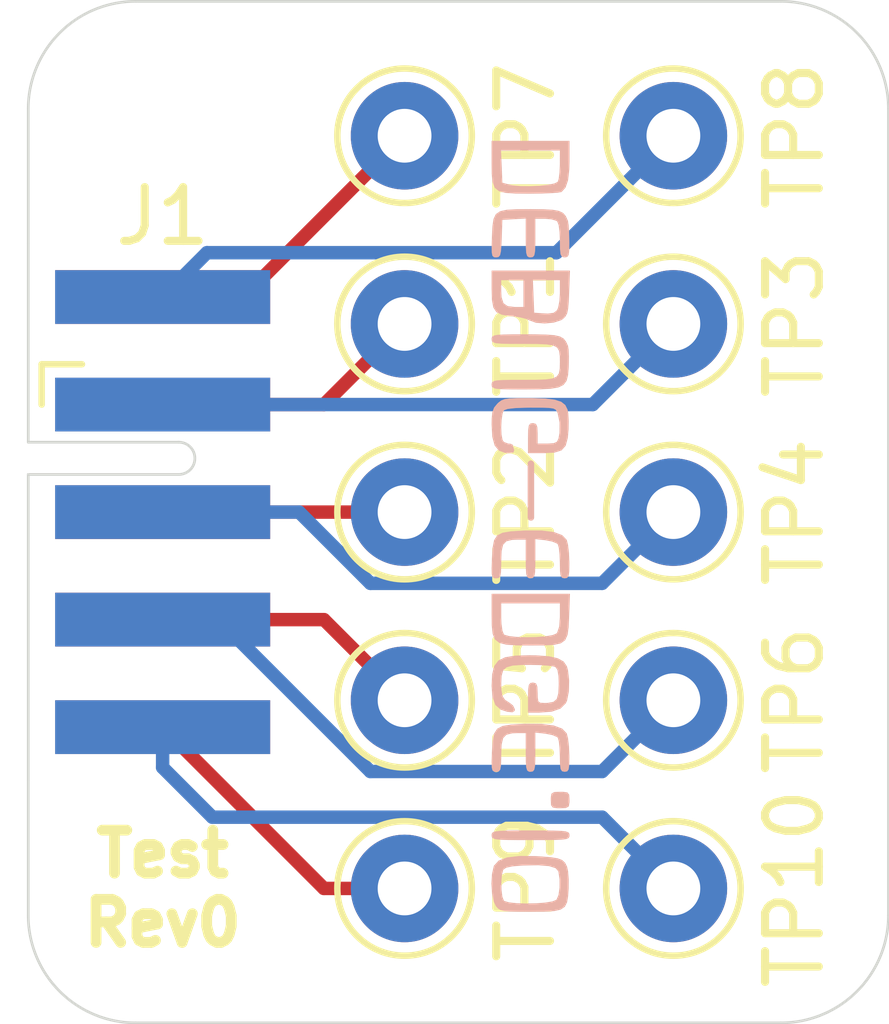
<source format=kicad_pcb>
(kicad_pcb (version 20171130) (host pcbnew "(5.1.6)-1")

  (general
    (thickness 1.6)
    (drawings 10)
    (tracks 26)
    (zones 0)
    (modules 12)
    (nets 11)
  )

  (page A4)
  (layers
    (0 F.Cu signal)
    (31 B.Cu signal)
    (32 B.Adhes user)
    (33 F.Adhes user)
    (34 B.Paste user)
    (35 F.Paste user)
    (36 B.SilkS user)
    (37 F.SilkS user)
    (38 B.Mask user)
    (39 F.Mask user)
    (40 Dwgs.User user)
    (41 Cmts.User user)
    (42 Eco1.User user)
    (43 Eco2.User user)
    (44 Edge.Cuts user)
    (45 Margin user)
    (46 B.CrtYd user)
    (47 F.CrtYd user)
    (48 B.Fab user hide)
    (49 F.Fab user hide)
  )

  (setup
    (last_trace_width 0.25)
    (trace_clearance 0.2)
    (zone_clearance 0.508)
    (zone_45_only no)
    (trace_min 0.2)
    (via_size 0.8)
    (via_drill 0.4)
    (via_min_size 0.4)
    (via_min_drill 0.3)
    (uvia_size 0.3)
    (uvia_drill 0.1)
    (uvias_allowed no)
    (uvia_min_size 0.2)
    (uvia_min_drill 0.1)
    (edge_width 0.05)
    (segment_width 0.2)
    (pcb_text_width 0.3)
    (pcb_text_size 1.5 1.5)
    (mod_edge_width 0.12)
    (mod_text_size 1 1)
    (mod_text_width 0.15)
    (pad_size 1.524 1.524)
    (pad_drill 0.762)
    (pad_to_mask_clearance 0.05)
    (aux_axis_origin 0 0)
    (visible_elements FFFFFF7F)
    (pcbplotparams
      (layerselection 0x010fc_ffffffff)
      (usegerberextensions false)
      (usegerberattributes true)
      (usegerberadvancedattributes true)
      (creategerberjobfile true)
      (excludeedgelayer true)
      (linewidth 0.100000)
      (plotframeref false)
      (viasonmask false)
      (mode 1)
      (useauxorigin false)
      (hpglpennumber 1)
      (hpglpenspeed 20)
      (hpglpendiameter 15.000000)
      (psnegative false)
      (psa4output false)
      (plotreference true)
      (plotvalue true)
      (plotinvisibletext false)
      (padsonsilk false)
      (subtractmaskfromsilk false)
      (outputformat 1)
      (mirror false)
      (drillshape 1)
      (scaleselection 1)
      (outputdirectory ""))
  )

  (net 0 "")
  (net 1 "Net-(J1-Pad9)")
  (net 2 "Net-(J1-Pad5)")
  (net 3 "Net-(J1-Pad2)")
  (net 4 "Net-(J1-Pad1)")
  (net 5 "Net-(J1-Pad7)")
  (net 6 "Net-(J1-Pad10)")
  (net 7 "Net-(J1-Pad6)")
  (net 8 "Net-(J1-Pad3)")
  (net 9 "Net-(J1-Pad8)")
  (net 10 "Net-(J1-Pad4)")

  (net_class Default "This is the default net class."
    (clearance 0.2)
    (trace_width 0.25)
    (via_dia 0.8)
    (via_drill 0.4)
    (uvia_dia 0.3)
    (uvia_drill 0.1)
    (add_net "Net-(J1-Pad1)")
    (add_net "Net-(J1-Pad10)")
    (add_net "Net-(J1-Pad2)")
    (add_net "Net-(J1-Pad3)")
    (add_net "Net-(J1-Pad4)")
    (add_net "Net-(J1-Pad5)")
    (add_net "Net-(J1-Pad6)")
    (add_net "Net-(J1-Pad7)")
    (add_net "Net-(J1-Pad8)")
    (add_net "Net-(J1-Pad9)")
  )

  (module Connector_DebugEdge:DebugEdge_URL_Silk (layer B.Cu) (tedit 5F4720B6) (tstamp 5F4851C9)
    (at 151.5 98.5 270)
    (fp_text reference Ref** (at 0 0 270) (layer B.SilkS) hide
      (effects (font (size 1.27 1.27) (thickness 0.15)) (justify mirror))
    )
    (fp_text value Val** (at 0 0 270) (layer B.SilkS) hide
      (effects (font (size 1.27 1.27) (thickness 0.15)) (justify mirror))
    )
    (fp_poly (pts (xy -5.788741 0.873953) (xy -5.637963 0.858851) (xy -5.536218 0.819084) (xy -5.473894 0.742712)
      (xy -5.441377 0.617793) (xy -5.429052 0.432385) (xy -5.427307 0.174547) (xy -5.427315 0.16725)
      (xy -5.429891 -0.040668) (xy -5.436456 -0.219105) (xy -5.44605 -0.350312) (xy -5.457711 -0.416542)
      (xy -5.459065 -0.419079) (xy -5.539657 -0.490602) (xy -5.67472 -0.536438) (xy -5.874965 -0.55925)
      (xy -6.037717 -0.563) (xy -6.400334 -0.563) (xy -6.400334 -0.393666) (xy -6.231 -0.393666)
      (xy -5.966417 -0.393018) (xy -5.816959 -0.386832) (xy -5.697062 -0.371427) (xy -5.641512 -0.354193)
      (xy -5.609363 -0.293609) (xy -5.583619 -0.170962) (xy -5.565738 -0.008708) (xy -5.557178 0.170693)
      (xy -5.559397 0.344783) (xy -5.573853 0.491104) (xy -5.583607 0.537667) (xy -5.622278 0.685834)
      (xy -6.231 0.71071) (xy -6.231 -0.393666) (xy -6.400334 -0.393666) (xy -6.400334 0.876334)
      (xy -5.998167 0.876334) (xy -5.788741 0.873953)) (layer B.SilkS) (width 0.01))
    (fp_poly (pts (xy -4.33112 0.874235) (xy -4.270346 0.86226) (xy -4.24579 0.836834) (xy -4.241334 0.797591)
      (xy -4.248322 0.754436) (xy -4.280475 0.727336) (xy -4.354574 0.711512) (xy -4.487401 0.702186)
      (xy -4.590584 0.698129) (xy -4.939834 0.685834) (xy -4.952629 0.463584) (xy -4.965425 0.241334)
      (xy -4.603379 0.241334) (xy -4.427777 0.239776) (xy -4.320315 0.23253) (xy -4.264484 0.215736)
      (xy -4.243777 0.185532) (xy -4.241334 0.156667) (xy -4.24803 0.1155) (xy -4.279156 0.090354)
      (xy -4.351265 0.077334) (xy -4.480915 0.072545) (xy -4.601167 0.072) (xy -4.961 0.072)
      (xy -4.961 -0.110033) (xy -4.949828 -0.234777) (xy -4.921889 -0.326284) (xy -4.9102 -0.342866)
      (xy -4.839644 -0.370524) (xy -4.704412 -0.388339) (xy -4.550367 -0.393666) (xy -4.390649 -0.395773)
      (xy -4.297795 -0.405336) (xy -4.254042 -0.427224) (xy -4.241625 -0.466302) (xy -4.241334 -0.478333)
      (xy -4.248845 -0.522101) (xy -4.28327 -0.54716) (xy -4.362448 -0.558237) (xy -4.504219 -0.560058)
      (xy -4.54825 -0.559657) (xy -4.708751 -0.554912) (xy -4.840629 -0.545594) (xy -4.916624 -0.533669)
      (xy -4.918667 -0.532967) (xy -5.002131 -0.49574) (xy -5.060343 -0.446107) (xy -5.097787 -0.369494)
      (xy -5.118944 -0.251329) (xy -5.128298 -0.077039) (xy -5.130334 0.155137) (xy -5.128967 0.41204)
      (xy -5.119035 0.596672) (xy -5.091787 0.721428) (xy -5.038474 0.798706) (xy -4.950346 0.8409)
      (xy -4.818653 0.860407) (xy -4.634647 0.869621) (xy -4.625772 0.869963) (xy -4.444225 0.875792)
      (xy -4.33112 0.874235)) (layer B.SilkS) (width 0.01))
    (fp_poly (pts (xy -3.447924 0.870165) (xy -3.308172 0.844415) (xy -3.222369 0.788221) (xy -3.175379 0.690718)
      (xy -3.15207 0.541043) (xy -3.149586 0.512261) (xy -3.12888 0.361228) (xy -3.096843 0.234877)
      (xy -3.071494 0.178998) (xy -3.026649 0.058173) (xy -3.012834 -0.104353) (xy -3.028692 -0.272091)
      (xy -3.07287 -0.408552) (xy -3.094546 -0.441893) (xy -3.140438 -0.489079) (xy -3.198808 -0.519814)
      (xy -3.288889 -0.538626) (xy -3.429917 -0.550043) (xy -3.58138 -0.556503) (xy -3.987334 -0.571172)
      (xy -3.987334 -0.393666) (xy -3.818 -0.393666) (xy -3.572092 -0.393666) (xy -3.424171 -0.384591)
      (xy -3.302884 -0.361213) (xy -3.251715 -0.339214) (xy -3.202698 -0.27576) (xy -3.187769 -0.168304)
      (xy -3.190708 -0.095798) (xy -3.204167 0.093167) (xy -3.511084 0.105605) (xy -3.818 0.118043)
      (xy -3.818 -0.393666) (xy -3.987334 -0.393666) (xy -3.987334 0.707) (xy -3.818 0.707)
      (xy -3.818 0.283667) (xy -3.31 0.283667) (xy -3.31 0.444534) (xy -3.325579 0.583015)
      (xy -3.38232 0.66414) (xy -3.495232 0.700832) (xy -3.6148 0.707) (xy -3.818 0.707)
      (xy -3.987334 0.707) (xy -3.987334 0.876334) (xy -3.656758 0.876334) (xy -3.447924 0.870165)) (layer B.SilkS) (width 0.01))
    (fp_poly (pts (xy -1.837549 0.872033) (xy -1.814415 0.850571) (xy -1.799479 0.799112) (xy -1.790959 0.704818)
      (xy -1.787069 0.554853) (xy -1.786026 0.336378) (xy -1.786 0.26719) (xy -1.788063 -0.011432)
      (xy -1.798463 -0.216881) (xy -1.82352 -0.360627) (xy -1.869553 -0.454141) (xy -1.94288 -0.508891)
      (xy -2.049821 -0.536347) (xy -2.196696 -0.54798) (xy -2.23599 -0.549593) (xy -2.392494 -0.55167)
      (xy -2.520347 -0.546348) (xy -2.590334 -0.535157) (xy -2.668797 -0.498925) (xy -2.725061 -0.454198)
      (xy -2.762799 -0.387394) (xy -2.785681 -0.28493) (xy -2.79738 -0.133224) (xy -2.801567 0.081308)
      (xy -2.802 0.247895) (xy -2.801435 0.490489) (xy -2.798604 0.66106) (xy -2.791804 0.77225)
      (xy -2.779331 0.8367) (xy -2.759483 0.867052) (xy -2.730556 0.875949) (xy -2.717334 0.876334)
      (xy -2.683794 0.871928) (xy -2.660514 0.850027) (xy -2.645628 0.797603) (xy -2.637271 0.701628)
      (xy -2.633575 0.549074) (xy -2.632676 0.326916) (xy -2.632667 0.285157) (xy -2.631329 0.03181)
      (xy -2.623254 -0.149076) (xy -2.602357 -0.269702) (xy -2.562548 -0.34227) (xy -2.49774 -0.378984)
      (xy -2.401845 -0.392046) (xy -2.294 -0.393666) (xy -2.167605 -0.390983) (xy -2.077361 -0.374799)
      (xy -2.01718 -0.332912) (xy -1.980975 -0.253119) (xy -1.962659 -0.123218) (xy -1.956142 0.068993)
      (xy -1.955334 0.285157) (xy -1.954703 0.519343) (xy -1.951566 0.681893) (xy -1.944058 0.785833)
      (xy -1.930313 0.844191) (xy -1.908465 0.869995) (xy -1.876648 0.876271) (xy -1.870667 0.876334)
      (xy -1.837549 0.872033)) (layer B.SilkS) (width 0.01))
    (fp_poly (pts (xy -0.899058 0.863143) (xy -0.741092 0.820003) (xy -0.646015 0.741565) (xy -0.604765 0.622481)
      (xy -0.601315 0.564888) (xy -0.611592 0.480821) (xy -0.650703 0.464396) (xy -0.66763 0.469638)
      (xy -0.735113 0.492052) (xy -0.752296 0.495334) (xy -0.766969 0.530763) (xy -0.77 0.575471)
      (xy -0.801125 0.655025) (xy -0.836963 0.681305) (xy -0.937705 0.701314) (xy -1.075393 0.707082)
      (xy -1.21895 0.700003) (xy -1.337301 0.681472) (xy -1.396534 0.6562) (xy -1.423132 0.583399)
      (xy -1.440118 0.429851) (xy -1.447151 0.198968) (xy -1.447334 0.147153) (xy -1.446627 -0.054604)
      (xy -1.442157 -0.187912) (xy -1.430398 -0.268991) (xy -1.407825 -0.314059) (xy -1.370911 -0.339334)
      (xy -1.338745 -0.352381) (xy -1.167988 -0.387951) (xy -0.972477 -0.386362) (xy -0.86525 -0.366984)
      (xy -0.804422 -0.337099) (xy -0.776538 -0.273817) (xy -0.77 -0.155895) (xy -0.77 0.029667)
      (xy -0.9605 0.029667) (xy -1.079548 0.035207) (xy -1.135842 0.05821) (xy -1.150928 0.108252)
      (xy -1.151 0.114334) (xy -1.142424 0.160154) (xy -1.104224 0.1857) (xy -1.01769 0.196728)
      (xy -0.875834 0.199) (xy -0.600667 0.199) (xy -0.600667 -0.090772) (xy -0.610934 -0.28715)
      (xy -0.651332 -0.415919) (xy -0.736257 -0.492215) (xy -0.880104 -0.531174) (xy -1.032539 -0.544842)
      (xy -1.192223 -0.547747) (xy -1.331976 -0.540116) (xy -1.404662 -0.527719) (xy -1.488329 -0.486208)
      (xy -1.547664 -0.412147) (xy -1.586274 -0.293285) (xy -1.607766 -0.117371) (xy -1.615745 0.127849)
      (xy -1.616043 0.190341) (xy -1.615199 0.39954) (xy -1.609891 0.542048) (xy -1.596932 0.635833)
      (xy -1.573134 0.698861) (xy -1.535308 0.7491) (xy -1.512758 0.772425) (xy -1.442674 0.830318)
      (xy -1.361117 0.861898) (xy -1.240519 0.87463) (xy -1.128975 0.876334) (xy -0.899058 0.863143)) (layer B.SilkS) (width 0.01))
    (fp_poly (pts (xy 1.649412 0.873938) (xy 1.704374 0.860229) (xy 1.724869 0.831498) (xy 1.727666 0.796011)
      (xy 1.721097 0.750505) (xy 1.68959 0.723856) (xy 1.615448 0.711078) (xy 1.480974 0.707186)
      (xy 1.411656 0.707) (xy 1.2235 0.699947) (xy 1.104254 0.670917) (xy 1.038777 0.608102)
      (xy 1.011924 0.499698) (xy 1.008 0.392284) (xy 1.008 0.241334) (xy 1.367833 0.241334)
      (xy 1.542794 0.239758) (xy 1.649665 0.232435) (xy 1.704999 0.215468) (xy 1.725352 0.184962)
      (xy 1.727666 0.156667) (xy 1.72106 0.115751) (xy 1.690282 0.090643) (xy 1.618896 0.077534)
      (xy 1.490464 0.072613) (xy 1.362327 0.072) (xy 0.996988 0.072) (xy 1.019051 -0.123735)
      (xy 1.043882 -0.248554) (xy 1.081031 -0.336946) (xy 1.09864 -0.35592) (xy 1.168447 -0.37464)
      (xy 1.294837 -0.388018) (xy 1.441916 -0.393018) (xy 1.594291 -0.39583) (xy 1.680444 -0.407056)
      (xy 1.718769 -0.43219) (xy 1.727662 -0.476723) (xy 1.727666 -0.478333) (xy 1.720123 -0.522116)
      (xy 1.685603 -0.54723) (xy 1.60627 -0.558428) (xy 1.464287 -0.560464) (xy 1.42075 -0.560134)
      (xy 1.254103 -0.552472) (xy 1.110108 -0.535102) (xy 1.019466 -0.511754) (xy 1.018458 -0.511276)
      (xy 0.932586 -0.429235) (xy 0.875802 -0.277865) (xy 0.847372 -0.053672) (xy 0.846563 0.246839)
      (xy 0.848697 0.297013) (xy 0.862748 0.522236) (xy 0.888271 0.676836) (xy 0.938016 0.774848)
      (xy 1.024733 0.830308) (xy 1.161173 0.857249) (xy 1.360086 0.869707) (xy 1.369327 0.870095)
      (xy 1.543293 0.876077) (xy 1.649412 0.873938)) (layer B.SilkS) (width 0.01))
    (fp_poly (pts (xy 2.610737 0.873503) (xy 2.762477 0.857085) (xy 2.86512 0.815189) (xy 2.928254 0.735927)
      (xy 2.961469 0.607407) (xy 2.974354 0.41774) (xy 2.9765 0.161919) (xy 2.975123 -0.095571)
      (xy 2.964653 -0.280775) (xy 2.935581 -0.406075) (xy 2.8784 -0.48385) (xy 2.7836 -0.526481)
      (xy 2.641673 -0.546347) (xy 2.443109 -0.55583) (xy 2.424723 -0.556503) (xy 2.024 -0.571172)
      (xy 2.024 0.707) (xy 2.193333 0.707) (xy 2.193333 -0.393666) (xy 2.444309 -0.393666)
      (xy 2.629314 -0.381435) (xy 2.741353 -0.343588) (xy 2.761809 -0.327142) (xy 2.79249 -0.254364)
      (xy 2.814698 -0.121025) (xy 2.828064 0.049759) (xy 2.832218 0.234874) (xy 2.826791 0.411204)
      (xy 2.811413 0.555634) (xy 2.785714 0.64505) (xy 2.777533 0.6562) (xy 2.708712 0.683899)
      (xy 2.582074 0.702118) (xy 2.460033 0.707001) (xy 2.193333 0.707) (xy 2.024 0.707)
      (xy 2.024 0.876334) (xy 2.40031 0.876334) (xy 2.610737 0.873503)) (layer B.SilkS) (width 0.01))
    (fp_poly (pts (xy 3.944361 0.860097) (xy 4.085208 0.806462) (xy 4.171329 0.708042) (xy 4.20933 0.590584)
      (xy 4.219265 0.494058) (xy 4.193683 0.456307) (xy 4.168614 0.453) (xy 4.099283 0.486988)
      (xy 4.051151 0.54825) (xy 3.994897 0.634781) (xy 3.92462 0.682577) (xy 3.814907 0.702718)
      (xy 3.688607 0.706352) (xy 3.543563 0.700058) (xy 3.444672 0.671266) (xy 3.383273 0.606624)
      (xy 3.350709 0.492784) (xy 3.33832 0.316397) (xy 3.336981 0.164227) (xy 3.341243 -0.019444)
      (xy 3.352151 -0.17505) (xy 3.367796 -0.280422) (xy 3.37777 -0.309) (xy 3.432508 -0.347349)
      (xy 3.544939 -0.367533) (xy 3.696166 -0.3725) (xy 3.871761 -0.364874) (xy 3.979361 -0.334184)
      (xy 4.034872 -0.268714) (xy 4.054202 -0.156745) (xy 4.055351 -0.107916) (xy 4.051065 -0.023365)
      (xy 4.021851 0.016676) (xy 3.944764 0.028837) (xy 3.8655 0.029667) (xy 3.746452 0.035207)
      (xy 3.690158 0.05821) (xy 3.675072 0.108252) (xy 3.675 0.114334) (xy 3.683576 0.160154)
      (xy 3.721776 0.1857) (xy 3.80831 0.196728) (xy 3.950166 0.199) (xy 4.225333 0.199)
      (xy 4.225333 -0.006349) (xy 4.207238 -0.236992) (xy 4.150928 -0.397645) (xy 4.053368 -0.495327)
      (xy 4.004278 -0.517595) (xy 3.836138 -0.551144) (xy 3.634589 -0.556937) (xy 3.445093 -0.53522)
      (xy 3.369202 -0.514169) (xy 3.282892 -0.4557) (xy 3.22259 -0.347156) (xy 3.185499 -0.178898)
      (xy 3.168824 0.058711) (xy 3.167236 0.1821) (xy 3.174951 0.441025) (xy 3.204698 0.627568)
      (xy 3.26576 0.75305) (xy 3.367421 0.82879) (xy 3.518963 0.86611) (xy 3.729671 0.876328)
      (xy 3.736566 0.876334) (xy 3.944361 0.860097)) (layer B.SilkS) (width 0.01))
    (fp_poly (pts (xy 5.247745 0.873938) (xy 5.302707 0.860229) (xy 5.323202 0.831498) (xy 5.326 0.796011)
      (xy 5.31943 0.750505) (xy 5.287923 0.723856) (xy 5.213781 0.711078) (xy 5.079308 0.707186)
      (xy 5.009989 0.707) (xy 4.821833 0.699947) (xy 4.702588 0.670917) (xy 4.63711 0.608102)
      (xy 4.610258 0.499698) (xy 4.606333 0.392284) (xy 4.606333 0.241334) (xy 4.966166 0.241334)
      (xy 5.141128 0.239758) (xy 5.247998 0.232435) (xy 5.303332 0.215468) (xy 5.323686 0.184962)
      (xy 5.326 0.156667) (xy 5.319393 0.115751) (xy 5.288615 0.090643) (xy 5.217229 0.077534)
      (xy 5.088797 0.072613) (xy 4.960661 0.072) (xy 4.595322 0.072) (xy 4.617384 -0.123735)
      (xy 4.642215 -0.248554) (xy 4.679365 -0.336946) (xy 4.696973 -0.35592) (xy 4.766781 -0.37464)
      (xy 4.89317 -0.388018) (xy 5.04025 -0.393018) (xy 5.192624 -0.39583) (xy 5.278777 -0.407056)
      (xy 5.317103 -0.43219) (xy 5.325995 -0.476723) (xy 5.326 -0.478333) (xy 5.318457 -0.522116)
      (xy 5.283937 -0.54723) (xy 5.204604 -0.558428) (xy 5.06262 -0.560464) (xy 5.019083 -0.560134)
      (xy 4.852436 -0.552472) (xy 4.708441 -0.535102) (xy 4.617799 -0.511754) (xy 4.616791 -0.511276)
      (xy 4.531417 -0.428807) (xy 4.474468 -0.275583) (xy 4.445279 -0.048484) (xy 4.44318 0.255611)
      (xy 4.444588 0.294234) (xy 4.45727 0.520144) (xy 4.482447 0.675392) (xy 4.532839 0.773984)
      (xy 4.62117 0.829926) (xy 4.76016 0.857223) (xy 4.96253 0.86988) (xy 4.967661 0.870095)
      (xy 5.141627 0.876077) (xy 5.247745 0.873938)) (layer B.SilkS) (width 0.01))
    (fp_poly (pts (xy 5.950032 -0.229459) (xy 5.992191 -0.261112) (xy 6.003002 -0.3437) (xy 6.003333 -0.393666)
      (xy 5.998847 -0.502084) (xy 5.971151 -0.550266) (xy 5.898887 -0.562621) (xy 5.855166 -0.563)
      (xy 5.7603 -0.557873) (xy 5.718141 -0.526221) (xy 5.707331 -0.443632) (xy 5.707 -0.393666)
      (xy 5.711485 -0.285248) (xy 5.739181 -0.237066) (xy 5.811446 -0.224711) (xy 5.855166 -0.224333)
      (xy 5.950032 -0.229459)) (layer B.SilkS) (width 0.01))
    (fp_poly (pts (xy 6.542181 0.872562) (xy 6.564459 0.853363) (xy 6.579559 0.806913) (xy 6.588872 0.721387)
      (xy 6.593788 0.584962) (xy 6.595699 0.385814) (xy 6.596 0.156667) (xy 6.595556 -0.105541)
      (xy 6.593297 -0.294909) (xy 6.587832 -0.423258) (xy 6.57777 -0.502415) (xy 6.561721 -0.544203)
      (xy 6.538291 -0.560446) (xy 6.511333 -0.563) (xy 6.480485 -0.559227) (xy 6.458206 -0.540028)
      (xy 6.443106 -0.493578) (xy 6.433794 -0.408053) (xy 6.428878 -0.271628) (xy 6.426967 -0.07248)
      (xy 6.426666 0.156667) (xy 6.42711 0.418876) (xy 6.429369 0.608243) (xy 6.434833 0.736593)
      (xy 6.444895 0.815749) (xy 6.460945 0.857537) (xy 6.484374 0.87378) (xy 6.511333 0.876334)
      (xy 6.542181 0.872562)) (layer B.SilkS) (width 0.01))
    (fp_poly (pts (xy 7.591141 0.867949) (xy 7.743646 0.836661) (xy 7.82956 0.795407) (xy 7.870379 0.758155)
      (xy 7.898248 0.713908) (xy 7.91563 0.647049) (xy 7.92499 0.541956) (xy 7.928792 0.38301)
      (xy 7.9295 0.161919) (xy 7.927664 -0.093172) (xy 7.917079 -0.276144) (xy 7.890129 -0.399539)
      (xy 7.839198 -0.475896) (xy 7.756667 -0.517757) (xy 7.634922 -0.537662) (xy 7.499265 -0.54646)
      (xy 7.333137 -0.547855) (xy 7.185837 -0.536654) (xy 7.097057 -0.51759) (xy 7.025908 -0.482153)
      (xy 6.976859 -0.430568) (xy 6.944478 -0.346846) (xy 6.923333 -0.215001) (xy 6.907992 -0.019045)
      (xy 6.906337 0.009376) (xy 7.06388 0.009376) (xy 7.080307 -0.187653) (xy 7.118123 -0.310828)
      (xy 7.178051 -0.364365) (xy 7.179469 -0.364752) (xy 7.326723 -0.387426) (xy 7.484946 -0.387797)
      (xy 7.623432 -0.368021) (xy 7.711477 -0.330255) (xy 7.714809 -0.327142) (xy 7.74549 -0.254364)
      (xy 7.767698 -0.121025) (xy 7.781064 0.049759) (xy 7.785218 0.234874) (xy 7.779791 0.411204)
      (xy 7.764413 0.555634) (xy 7.738714 0.64505) (xy 7.730533 0.6562) (xy 7.658971 0.685006)
      (xy 7.534685 0.701416) (xy 7.388782 0.704919) (xy 7.252366 0.695003) (xy 7.156543 0.671156)
      (xy 7.146728 0.665807) (xy 7.109699 0.610889) (xy 7.084563 0.494203) (xy 7.069089 0.304929)
      (xy 7.068118 0.284473) (xy 7.06388 0.009376) (xy 6.906337 0.009376) (xy 6.903921 0.050834)
      (xy 6.899984 0.359281) (xy 6.927364 0.590909) (xy 6.986538 0.747747) (xy 7.077979 0.831824)
      (xy 7.087721 0.835859) (xy 7.233299 0.869177) (xy 7.411065 0.87933) (xy 7.591141 0.867949)) (layer B.SilkS) (width 0.01))
    (fp_line (start -0.4 0.15) (end 0.6 0.15) (layer B.SilkS) (width 0.12))
  )

  (module Connector_Pin:Pin_D1.0mm_L10.0mm (layer F.Cu) (tedit 5A1DC084) (tstamp 5F484BDB)
    (at 154 106 90)
    (descr "solder Pin_ diameter 1.0mm, hole diameter 1.0mm (press fit), length 10.0mm")
    (tags "solder Pin_ press fit")
    (path /5F497F9C)
    (fp_text reference TP10 (at 0 2.25 90) (layer F.SilkS)
      (effects (font (size 1 1) (thickness 0.15)))
    )
    (fp_text value TestPoint (at 0 -2.05 90) (layer F.Fab)
      (effects (font (size 1 1) (thickness 0.15)))
    )
    (fp_text user %R (at 0 2.25 90) (layer F.Fab)
      (effects (font (size 1 1) (thickness 0.15)))
    )
    (fp_circle (center 0 0) (end 1.5 0) (layer F.CrtYd) (width 0.05))
    (fp_circle (center 0 0) (end 0.5 0) (layer F.Fab) (width 0.12))
    (fp_circle (center 0 0) (end 1 0) (layer F.Fab) (width 0.12))
    (fp_circle (center 0 0) (end 1.25 0.05) (layer F.SilkS) (width 0.12))
    (pad 1 thru_hole circle (at 0 0 90) (size 2 2) (drill 1) (layers *.Cu *.Mask)
      (net 6 "Net-(J1-Pad10)"))
  )

  (module Connector_Pin:Pin_D1.0mm_L10.0mm (layer F.Cu) (tedit 5A1DC084) (tstamp 5F484BD1)
    (at 149 106 90)
    (descr "solder Pin_ diameter 1.0mm, hole diameter 1.0mm (press fit), length 10.0mm")
    (tags "solder Pin_ press fit")
    (path /5F497E69)
    (fp_text reference TP9 (at 0 2.25 90) (layer F.SilkS)
      (effects (font (size 1 1) (thickness 0.15)))
    )
    (fp_text value TestPoint (at 0 -2.05 90) (layer F.Fab)
      (effects (font (size 1 1) (thickness 0.15)))
    )
    (fp_text user %R (at 0 2.25 90) (layer F.Fab)
      (effects (font (size 1 1) (thickness 0.15)))
    )
    (fp_circle (center 0 0) (end 1.5 0) (layer F.CrtYd) (width 0.05))
    (fp_circle (center 0 0) (end 0.5 0) (layer F.Fab) (width 0.12))
    (fp_circle (center 0 0) (end 1 0) (layer F.Fab) (width 0.12))
    (fp_circle (center 0 0) (end 1.25 0.05) (layer F.SilkS) (width 0.12))
    (pad 1 thru_hole circle (at 0 0 90) (size 2 2) (drill 1) (layers *.Cu *.Mask)
      (net 1 "Net-(J1-Pad9)"))
  )

  (module Connector_Pin:Pin_D1.0mm_L10.0mm (layer F.Cu) (tedit 5A1DC084) (tstamp 5F484BC7)
    (at 154 92 90)
    (descr "solder Pin_ diameter 1.0mm, hole diameter 1.0mm (press fit), length 10.0mm")
    (tags "solder Pin_ press fit")
    (path /5F497D44)
    (fp_text reference TP8 (at 0 2.25 90) (layer F.SilkS)
      (effects (font (size 1 1) (thickness 0.15)))
    )
    (fp_text value TestPoint (at 0 -2.05 90) (layer F.Fab)
      (effects (font (size 1 1) (thickness 0.15)))
    )
    (fp_text user %R (at 0 2.25 90) (layer F.Fab)
      (effects (font (size 1 1) (thickness 0.15)))
    )
    (fp_circle (center 0 0) (end 1.5 0) (layer F.CrtYd) (width 0.05))
    (fp_circle (center 0 0) (end 0.5 0) (layer F.Fab) (width 0.12))
    (fp_circle (center 0 0) (end 1 0) (layer F.Fab) (width 0.12))
    (fp_circle (center 0 0) (end 1.25 0.05) (layer F.SilkS) (width 0.12))
    (pad 1 thru_hole circle (at 0 0 90) (size 2 2) (drill 1) (layers *.Cu *.Mask)
      (net 9 "Net-(J1-Pad8)"))
  )

  (module Connector_Pin:Pin_D1.0mm_L10.0mm (layer F.Cu) (tedit 5A1DC084) (tstamp 5F484BBD)
    (at 149 92 90)
    (descr "solder Pin_ diameter 1.0mm, hole diameter 1.0mm (press fit), length 10.0mm")
    (tags "solder Pin_ press fit")
    (path /5F497B1A)
    (fp_text reference TP7 (at 0 2.25 90) (layer F.SilkS)
      (effects (font (size 1 1) (thickness 0.15)))
    )
    (fp_text value TestPoint (at 0 -2.05 90) (layer F.Fab)
      (effects (font (size 1 1) (thickness 0.15)))
    )
    (fp_text user %R (at 0 2.25 90) (layer F.Fab)
      (effects (font (size 1 1) (thickness 0.15)))
    )
    (fp_circle (center 0 0) (end 1.5 0) (layer F.CrtYd) (width 0.05))
    (fp_circle (center 0 0) (end 0.5 0) (layer F.Fab) (width 0.12))
    (fp_circle (center 0 0) (end 1 0) (layer F.Fab) (width 0.12))
    (fp_circle (center 0 0) (end 1.25 0.05) (layer F.SilkS) (width 0.12))
    (pad 1 thru_hole circle (at 0 0 90) (size 2 2) (drill 1) (layers *.Cu *.Mask)
      (net 5 "Net-(J1-Pad7)"))
  )

  (module Connector_Pin:Pin_D1.0mm_L10.0mm (layer F.Cu) (tedit 5A1DC084) (tstamp 5F484BB3)
    (at 154 102.5 90)
    (descr "solder Pin_ diameter 1.0mm, hole diameter 1.0mm (press fit), length 10.0mm")
    (tags "solder Pin_ press fit")
    (path /5F49746A)
    (fp_text reference TP6 (at 0 2.25 90) (layer F.SilkS)
      (effects (font (size 1 1) (thickness 0.15)))
    )
    (fp_text value TestPoint (at 0 -2.05 90) (layer F.Fab)
      (effects (font (size 1 1) (thickness 0.15)))
    )
    (fp_text user %R (at 0 2.25 90) (layer F.Fab)
      (effects (font (size 1 1) (thickness 0.15)))
    )
    (fp_circle (center 0 0) (end 1.5 0) (layer F.CrtYd) (width 0.05))
    (fp_circle (center 0 0) (end 0.5 0) (layer F.Fab) (width 0.12))
    (fp_circle (center 0 0) (end 1 0) (layer F.Fab) (width 0.12))
    (fp_circle (center 0 0) (end 1.25 0.05) (layer F.SilkS) (width 0.12))
    (pad 1 thru_hole circle (at 0 0 90) (size 2 2) (drill 1) (layers *.Cu *.Mask)
      (net 7 "Net-(J1-Pad6)"))
  )

  (module Connector_Pin:Pin_D1.0mm_L10.0mm (layer F.Cu) (tedit 5A1DC084) (tstamp 5F484BA9)
    (at 149 102.5 90)
    (descr "solder Pin_ diameter 1.0mm, hole diameter 1.0mm (press fit), length 10.0mm")
    (tags "solder Pin_ press fit")
    (path /5F4990F1)
    (fp_text reference TP5 (at 0 2.25 90) (layer F.SilkS)
      (effects (font (size 1 1) (thickness 0.15)))
    )
    (fp_text value TestPoint (at 0 -2.05 90) (layer F.Fab)
      (effects (font (size 1 1) (thickness 0.15)))
    )
    (fp_text user %R (at 0 2.25 90) (layer F.Fab)
      (effects (font (size 1 1) (thickness 0.15)))
    )
    (fp_circle (center 0 0) (end 1.5 0) (layer F.CrtYd) (width 0.05))
    (fp_circle (center 0 0) (end 0.5 0) (layer F.Fab) (width 0.12))
    (fp_circle (center 0 0) (end 1 0) (layer F.Fab) (width 0.12))
    (fp_circle (center 0 0) (end 1.25 0.05) (layer F.SilkS) (width 0.12))
    (pad 1 thru_hole circle (at 0 0 90) (size 2 2) (drill 1) (layers *.Cu *.Mask)
      (net 2 "Net-(J1-Pad5)"))
  )

  (module Connector_Pin:Pin_D1.0mm_L10.0mm (layer F.Cu) (tedit 5A1DC084) (tstamp 5F484B9F)
    (at 154 99 90)
    (descr "solder Pin_ diameter 1.0mm, hole diameter 1.0mm (press fit), length 10.0mm")
    (tags "solder Pin_ press fit")
    (path /5F49810B)
    (fp_text reference TP4 (at 0 2.25 90) (layer F.SilkS)
      (effects (font (size 1 1) (thickness 0.15)))
    )
    (fp_text value TestPoint (at 0 -2.05 90) (layer F.Fab)
      (effects (font (size 1 1) (thickness 0.15)))
    )
    (fp_text user %R (at 0 2.25 90) (layer F.Fab)
      (effects (font (size 1 1) (thickness 0.15)))
    )
    (fp_circle (center 0 0) (end 1.5 0) (layer F.CrtYd) (width 0.05))
    (fp_circle (center 0 0) (end 0.5 0) (layer F.Fab) (width 0.12))
    (fp_circle (center 0 0) (end 1 0) (layer F.Fab) (width 0.12))
    (fp_circle (center 0 0) (end 1.25 0.05) (layer F.SilkS) (width 0.12))
    (pad 1 thru_hole circle (at 0 0 90) (size 2 2) (drill 1) (layers *.Cu *.Mask)
      (net 10 "Net-(J1-Pad4)"))
  )

  (module Connector_Pin:Pin_D1.0mm_L10.0mm (layer F.Cu) (tedit 5A1DC084) (tstamp 5F484B95)
    (at 154 95.5 90)
    (descr "solder Pin_ diameter 1.0mm, hole diameter 1.0mm (press fit), length 10.0mm")
    (tags "solder Pin_ press fit")
    (path /5F498DDA)
    (fp_text reference TP3 (at 0 2.25 90) (layer F.SilkS)
      (effects (font (size 1 1) (thickness 0.15)))
    )
    (fp_text value TestPoint (at 0 -2.05 90) (layer F.Fab)
      (effects (font (size 1 1) (thickness 0.15)))
    )
    (fp_text user %R (at 0 2.25 90) (layer F.Fab)
      (effects (font (size 1 1) (thickness 0.15)))
    )
    (fp_circle (center 0 0) (end 1.5 0) (layer F.CrtYd) (width 0.05))
    (fp_circle (center 0 0) (end 0.5 0) (layer F.Fab) (width 0.12))
    (fp_circle (center 0 0) (end 1 0) (layer F.Fab) (width 0.12))
    (fp_circle (center 0 0) (end 1.25 0.05) (layer F.SilkS) (width 0.12))
    (pad 1 thru_hole circle (at 0 0 90) (size 2 2) (drill 1) (layers *.Cu *.Mask)
      (net 8 "Net-(J1-Pad3)"))
  )

  (module Connector_Pin:Pin_D1.0mm_L10.0mm (layer F.Cu) (tedit 5A1DC084) (tstamp 5F484B8B)
    (at 149 99 90)
    (descr "solder Pin_ diameter 1.0mm, hole diameter 1.0mm (press fit), length 10.0mm")
    (tags "solder Pin_ press fit")
    (path /5F498FBE)
    (fp_text reference TP2 (at 0 2.25 90) (layer F.SilkS)
      (effects (font (size 1 1) (thickness 0.15)))
    )
    (fp_text value TestPoint (at 0 -2.05 90) (layer F.Fab)
      (effects (font (size 1 1) (thickness 0.15)))
    )
    (fp_text user %R (at 0 2.25 90) (layer F.Fab)
      (effects (font (size 1 1) (thickness 0.15)))
    )
    (fp_circle (center 0 0) (end 1.5 0) (layer F.CrtYd) (width 0.05))
    (fp_circle (center 0 0) (end 0.5 0) (layer F.Fab) (width 0.12))
    (fp_circle (center 0 0) (end 1 0) (layer F.Fab) (width 0.12))
    (fp_circle (center 0 0) (end 1.25 0.05) (layer F.SilkS) (width 0.12))
    (pad 1 thru_hole circle (at 0 0 90) (size 2 2) (drill 1) (layers *.Cu *.Mask)
      (net 3 "Net-(J1-Pad2)"))
  )

  (module Connector_Pin:Pin_D1.0mm_L10.0mm (layer F.Cu) (tedit 5A1DC084) (tstamp 5F484B81)
    (at 149 95.5 90)
    (descr "solder Pin_ diameter 1.0mm, hole diameter 1.0mm (press fit), length 10.0mm")
    (tags "solder Pin_ press fit")
    (path /5F496A39)
    (fp_text reference TP1 (at 0 2.25 90) (layer F.SilkS)
      (effects (font (size 1 1) (thickness 0.15)))
    )
    (fp_text value TestPoint (at 0 -2.05 90) (layer F.Fab)
      (effects (font (size 1 1) (thickness 0.15)))
    )
    (fp_text user %R (at 0 2.25 90) (layer F.Fab)
      (effects (font (size 1 1) (thickness 0.15)))
    )
    (fp_circle (center 0 0) (end 1.5 0) (layer F.CrtYd) (width 0.05))
    (fp_circle (center 0 0) (end 0.5 0) (layer F.Fab) (width 0.12))
    (fp_circle (center 0 0) (end 1 0) (layer F.Fab) (width 0.12))
    (fp_circle (center 0 0) (end 1.25 0.05) (layer F.SilkS) (width 0.12))
    (pad 1 thru_hole circle (at 0 0 90) (size 2 2) (drill 1) (layers *.Cu *.Mask)
      (net 4 "Net-(J1-Pad1)"))
  )

  (module Connector_DebugEdge:DebugEdge_2x05_Target (layer F.Cu) (tedit 5F47DF5F) (tstamp 5F484B77)
    (at 142 99 270)
    (path /5F4953D3)
    (fp_text reference J1 (at -5.5 -2.5 180) (layer F.SilkS)
      (effects (font (size 1 1) (thickness 0.15)))
    )
    (fp_text value DebugEdge_02x05 (at 0 2 90) (layer F.Fab)
      (effects (font (size 1 1) (thickness 0.15)))
    )
    (fp_arc (start -1 -2.8) (end -1.3 -2.8) (angle 180) (layer Edge.Cuts) (width 0.05))
    (fp_line (start 5 0.5) (end 5 -5) (layer B.CrtYd) (width 0.05))
    (fp_line (start -5 0.5) (end 5 0.5) (layer B.CrtYd) (width 0.05))
    (fp_line (start -5 -5) (end -5 0.5) (layer B.CrtYd) (width 0.05))
    (fp_line (start 5 -5) (end -5 -5) (layer B.CrtYd) (width 0.05))
    (fp_line (start -5 0.5) (end -5 -5) (layer F.CrtYd) (width 0.05))
    (fp_line (start 5 0.5) (end -5 0.5) (layer F.CrtYd) (width 0.05))
    (fp_line (start 5 -5) (end 5 0.5) (layer F.CrtYd) (width 0.05))
    (fp_line (start -5 -5) (end 5 -5) (layer F.CrtYd) (width 0.05))
    (fp_line (start -0.7 0) (end 5 0) (layer Edge.Cuts) (width 0.05))
    (fp_line (start -5 0) (end -1.3 0) (layer Edge.Cuts) (width 0.05))
    (fp_line (start -0.7 -2.8) (end -0.7 0) (layer Edge.Cuts) (width 0.05))
    (fp_line (start -1.3 0) (end -1.3 -2.8) (layer Edge.Cuts) (width 0.05))
    (fp_line (start -2 -0.25) (end -2.75 -0.25) (layer F.SilkS) (width 0.12))
    (fp_line (start -2.75 -0.25) (end -2.75 -1) (layer F.SilkS) (width 0.12))
    (pad 9 smd rect (at 4 -2.5 90) (size 1 4) (layers F.Cu F.Mask)
      (net 1 "Net-(J1-Pad9)"))
    (pad 5 smd rect (at 2 -2.5 90) (size 1 4) (layers F.Cu F.Mask)
      (net 2 "Net-(J1-Pad5)"))
    (pad 2 smd rect (at 0 -2.5 90) (size 1 4) (layers F.Cu F.Mask)
      (net 3 "Net-(J1-Pad2)"))
    (pad 1 smd rect (at -2 -2.5 90) (size 1 4) (layers F.Cu F.Mask)
      (net 4 "Net-(J1-Pad1)"))
    (pad 7 smd rect (at -4 -2.5 90) (size 1 4) (layers F.Cu F.Mask)
      (net 5 "Net-(J1-Pad7)"))
    (pad 10 smd rect (at 4 -2.5 90) (size 1 4) (layers B.Cu B.Mask)
      (net 6 "Net-(J1-Pad10)"))
    (pad 6 smd rect (at 2 -2.5 90) (size 1 4) (layers B.Cu B.Mask)
      (net 7 "Net-(J1-Pad6)"))
    (pad 3 smd rect (at -2 -2.5 90) (size 1 4) (layers B.Cu B.Mask)
      (net 8 "Net-(J1-Pad3)"))
    (pad 8 smd rect (at -4 -2.5 90) (size 1 4) (layers B.Cu B.Mask)
      (net 9 "Net-(J1-Pad8)"))
    (pad 4 smd rect (at 0 -2.5 90) (size 1 4) (layers B.Cu B.Mask)
      (net 10 "Net-(J1-Pad4)"))
  )

  (gr_text "Test\nRev0" (at 144.5 106) (layer F.SilkS)
    (effects (font (size 0.8 0.8) (thickness 0.2)))
  )
  (gr_arc (start 144 106.5) (end 142 106.5) (angle -90) (layer Edge.Cuts) (width 0.05))
  (gr_arc (start 156 106.5) (end 156 108.5) (angle -90) (layer Edge.Cuts) (width 0.05))
  (gr_arc (start 156 91.5) (end 158 91.5) (angle -90) (layer Edge.Cuts) (width 0.05))
  (gr_arc (start 144 91.5) (end 144 89.5) (angle -90) (layer Edge.Cuts) (width 0.05))
  (gr_line (start 142 91.5) (end 142 94) (layer Edge.Cuts) (width 0.05))
  (gr_line (start 142 106.5) (end 142 104) (layer Edge.Cuts) (width 0.05))
  (gr_line (start 158 91.5) (end 158 106.5) (layer Edge.Cuts) (width 0.05) (tstamp 5F484E23))
  (gr_line (start 144 89.5) (end 156 89.5) (layer Edge.Cuts) (width 0.05) (tstamp 5F485011))
  (gr_line (start 144 108.5) (end 156 108.5) (layer Edge.Cuts) (width 0.05))

  (segment (start 147.5 106) (end 149 106) (width 0.25) (layer F.Cu) (net 1))
  (segment (start 144.5 103) (end 147.5 106) (width 0.25) (layer F.Cu) (net 1))
  (segment (start 147.5 101) (end 149 102.5) (width 0.25) (layer F.Cu) (net 2))
  (segment (start 144.5 101) (end 147.5 101) (width 0.25) (layer F.Cu) (net 2))
  (segment (start 144.5 99) (end 149 99) (width 0.25) (layer F.Cu) (net 3))
  (segment (start 147.5 97) (end 149 95.5) (width 0.25) (layer F.Cu) (net 4))
  (segment (start 144.5 97) (end 147.5 97) (width 0.25) (layer F.Cu) (net 4))
  (segment (start 146 95) (end 149 92) (width 0.25) (layer F.Cu) (net 5))
  (segment (start 144.5 95) (end 146 95) (width 0.25) (layer F.Cu) (net 5))
  (segment (start 145.424999 104.674999) (end 152.674999 104.674999) (width 0.25) (layer B.Cu) (net 6))
  (segment (start 144.5 103.75) (end 145.424999 104.674999) (width 0.25) (layer B.Cu) (net 6))
  (segment (start 152.674999 104.674999) (end 154 106) (width 0.25) (layer B.Cu) (net 6))
  (segment (start 144.5 103) (end 144.5 103.75) (width 0.25) (layer B.Cu) (net 6))
  (segment (start 152.674999 103.825001) (end 154 102.5) (width 0.25) (layer B.Cu) (net 7))
  (segment (start 148.363999 103.825001) (end 152.674999 103.825001) (width 0.25) (layer B.Cu) (net 7))
  (segment (start 145.538998 101) (end 148.363999 103.825001) (width 0.25) (layer B.Cu) (net 7))
  (segment (start 144.5 101) (end 145.538998 101) (width 0.25) (layer B.Cu) (net 7))
  (segment (start 152.5 97) (end 154 95.5) (width 0.25) (layer B.Cu) (net 8))
  (segment (start 144.5 97) (end 152.5 97) (width 0.25) (layer B.Cu) (net 8))
  (segment (start 145.325001 94.174999) (end 151.825001 94.174999) (width 0.25) (layer B.Cu) (net 9))
  (segment (start 151.825001 94.174999) (end 154 92) (width 0.25) (layer B.Cu) (net 9))
  (segment (start 144.5 95) (end 145.325001 94.174999) (width 0.25) (layer B.Cu) (net 9))
  (segment (start 152.674999 100.325001) (end 154 99) (width 0.25) (layer B.Cu) (net 10))
  (segment (start 147.038998 99) (end 148.363999 100.325001) (width 0.25) (layer B.Cu) (net 10))
  (segment (start 148.363999 100.325001) (end 152.674999 100.325001) (width 0.25) (layer B.Cu) (net 10))
  (segment (start 144.5 99) (end 147.038998 99) (width 0.25) (layer B.Cu) (net 10))

)

</source>
